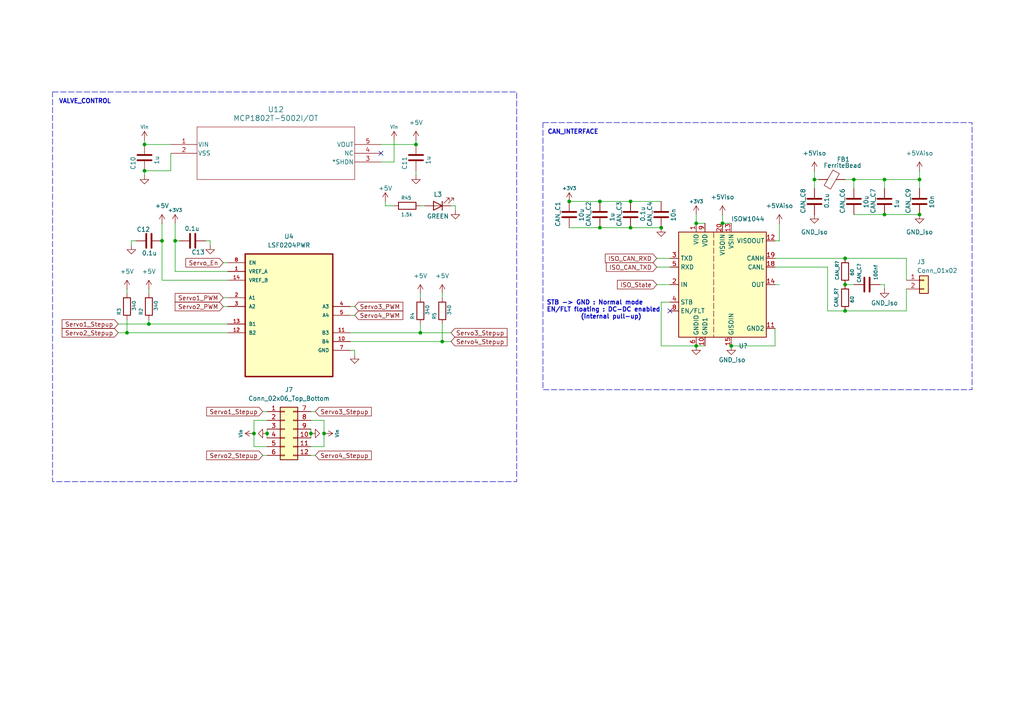
<source format=kicad_sch>
(kicad_sch (version 20250114) (generator "eeschema") (generator_version "9.0")
  (paper "A4")
  (lib_symbols
    (symbol "+5V_1" (power) (pin_numbers (hide yes)) (pin_names (offset 0) (hide yes))
      (property "Value" "+5V" (at 0 3.556 0))
      (symbol "+5V_1_0_1"
        (polyline (pts (xy -0.762 1.27) (xy 0 2.54)))
        (polyline (pts (xy 0 2.54) (xy 0.762 1.27)))
        (polyline (pts (xy 0 0) (xy 0 2.54)))
      )
      (symbol "+5V_1_1_1"
        (pin power_in line (at 0 0 90) (length 0) (name "~") (number "1"))
      )
    )
    (symbol "2026-01-14_15-06-07:MCP1802T-5002I_OT" (pin_names (offset 0.254))
      (property "Reference" "U" (at 30.48 10.16 0))
      (property "Value" "MCP1802T-5002I/OT" (at 30.48 7.62 0))
      (symbol "MCP1802T-5002I_OT_0_1"
        (polyline (pts (xy 7.62 5.08) (xy 7.62 -10.16)) (stroke (width 0.127)))
        (polyline (pts (xy 7.62 -10.16) (xy 53.34 -10.16)) (stroke (width 0.127)))
        (polyline (pts (xy 53.34 5.08) (xy 7.62 5.08)) (stroke (width 0.127)))
        (polyline (pts (xy 53.34 -10.16) (xy 53.34 5.08)) (stroke (width 0.127)))
        (pin unspecified line (at 0 0 0) (length 7.62) (name "VIN") (number "1"))
        (pin unspecified line (at 0 -2.54 0) (length 7.62) (name "VSS") (number "2"))
        (pin unspecified line (at 60.96 0 180) (length 7.62) (name "VOUT") (number "5"))
        (pin unspecified line (at 60.96 -2.54 180) (length 7.62) (name "NC") (number "4"))
        (pin unspecified line (at 60.96 -5.08 180) (length 7.62) (name "*SHDN") (number "3"))
      )
    )
    (symbol "Connector_Generic:Conn_01x02" (pin_names (offset 1.016) (hide yes))
      (property "Reference" "J" (at 0 2.54 0))
      (property "Value" "Conn_01x02" (at 0 -5.08 0))
      (symbol "Conn_01x02_1_1"
        (rectangle (start -1.27 1.27) (end 1.27 -3.81) (stroke (width 0.254)) (fill (type background)))
        (rectangle (start -1.27 0.127) (end 0 -0.127) (stroke (width 0.1524)))
        (rectangle (start -1.27 -2.413) (end 0 -2.667) (stroke (width 0.1524)))
        (pin passive line (at -5.08 0 0) (length 3.81) (name "Pin_1") (number "1"))
        (pin passive line (at -5.08 -2.54 0) (length 3.81) (name "Pin_2") (number "2"))
      )
    )
    (symbol "Connector_Generic:Conn_02x06_Top_Bottom" (pin_names (offset 1.016) (hide yes))
      (property "Reference" "J" (at 1.27 7.62 0))
      (property "Value" "Conn_02x06_Top_Bottom" (at 1.27 -10.16 0))
      (symbol "Conn_02x06_Top_Bottom_1_1"
        (rectangle (start -1.27 6.35) (end 3.81 -8.89) (stroke (width 0.254)) (fill (type background)))
        (rectangle (start -1.27 5.207) (end 0 4.953) (stroke (width 0.1524)))
        (rectangle (start -1.27 2.667) (end 0 2.413) (stroke (width 0.1524)))
        (rectangle (start -1.27 0.127) (end 0 -0.127) (stroke (width 0.1524)))
        (rectangle (start -1.27 -2.413) (end 0 -2.667) (stroke (width 0.1524)))
        (rectangle (start -1.27 -4.953) (end 0 -5.207) (stroke (width 0.1524)))
        (rectangle (start -1.27 -7.493) (end 0 -7.747) (stroke (width 0.1524)))
        (rectangle (start 3.81 5.207) (end 2.54 4.953) (stroke (width 0.1524)))
        (rectangle (start 3.81 2.667) (end 2.54 2.413) (stroke (width 0.1524)))
        (rectangle (start 3.81 0.127) (end 2.54 -0.127) (stroke (width 0.1524)))
        (rectangle (start 3.81 -2.413) (end 2.54 -2.667) (stroke (width 0.1524)))
        (rectangle (start 3.81 -4.953) (end 2.54 -5.207) (stroke (width 0.1524)))
        (rectangle (start 3.81 -7.493) (end 2.54 -7.747) (stroke (width 0.1524)))
        (pin passive line (at -5.08 5.08 0) (length 3.81) (name "Pin_1") (number "1"))
        (pin passive line (at -5.08 2.54 0) (length 3.81) (name "Pin_2") (number "2"))
        (pin passive line (at -5.08 0 0) (length 3.81) (name "Pin_3") (number "3"))
        (pin passive line (at -5.08 -2.54 0) (length 3.81) (name "Pin_4") (number "4"))
        (pin passive line (at -5.08 -5.08 0) (length 3.81) (name "Pin_5") (number "5"))
        (pin passive line (at -5.08 -7.62 0) (length 3.81) (name "Pin_6") (number "6"))
        (pin passive line (at 7.62 5.08 180) (length 3.81) (name "Pin_7") (number "7"))
        (pin passive line (at 7.62 2.54 180) (length 3.81) (name "Pin_8") (number "8"))
        (pin passive line (at 7.62 0 180) (length 3.81) (name "Pin_9") (number "9"))
        (pin passive line (at 7.62 -2.54 180) (length 3.81) (name "Pin_10") (number "10"))
        (pin passive line (at 7.62 -5.08 180) (length 3.81) (name "Pin_11") (number "11"))
        (pin passive line (at 7.62 -7.62 180) (length 3.81) (name "Pin_12") (number "12"))
      )
    )
    (symbol "Device:C" (pin_numbers (hide yes)) (pin_names (offset 0.254))
      (property "Reference" "C" (at 0.635 2.54 0))
      (property "Value" "C" (at 0.635 -2.54 0))
      (symbol "C_0_1"
        (polyline (pts (xy -2.032 0.762) (xy 2.032 0.762)) (stroke (width 0.508)))
        (polyline (pts (xy -2.032 -0.762) (xy 2.032 -0.762)) (stroke (width 0.508)))
      )
      (symbol "C_1_1"
        (pin passive line (at 0 3.81 270) (length 2.794) (name "~") (number "1"))
        (pin passive line (at 0 -3.81 90) (length 2.794) (name "~") (number "2"))
      )
    )
    (symbol "Device:FerriteBead" (pin_numbers (hide yes)) (pin_names (offset 0))
      (property "Reference" "FB" (at -3.81 0.635 90))
      (property "Value" "FerriteBead" (at 3.81 0 90))
      (symbol "FerriteBead_0_1"
        (polyline (pts (xy -2.7686 0.4064) (xy -1.7018 2.2606) (xy 2.7686 -0.3048) (xy 1.6764 -2.159) (xy -2.7686 0.4064)))
        (polyline (pts (xy 0 1.27) (xy 0 1.2954)))
        (polyline (pts (xy 0 -1.27) (xy 0 -1.2192)))
      )
      (symbol "FerriteBead_1_1"
        (pin passive line (at 0 3.81 270) (length 2.54) (name "~") (number "1"))
        (pin passive line (at 0 -3.81 90) (length 2.54) (name "~") (number "2"))
      )
    )
    (symbol "Device:LED" (pin_numbers (hide yes)) (pin_names (offset 1.016) (hide yes))
      (property "Reference" "D" (at 0 2.54 0))
      (property "Value" "LED" (at 0 -2.54 0))
      (symbol "LED_0_1"
        (polyline (pts (xy -3.048 -0.762) (xy -4.572 -2.286) (xy -3.81 -2.286) (xy -4.572 -2.286) (xy -4.572 -1.524)))
        (polyline (pts (xy -1.778 -0.762) (xy -3.302 -2.286) (xy -2.54 -2.286) (xy -3.302 -2.286) (xy -3.302 -1.524)))
        (polyline (pts (xy -1.27 0) (xy 1.27 0)))
        (polyline (pts (xy -1.27 -1.27) (xy -1.27 1.27)) (stroke (width 0.254)))
        (polyline (pts (xy 1.27 -1.27) (xy 1.27 1.27) (xy -1.27 0) (xy 1.27 -1.27)) (stroke (width 0.254)))
      )
      (symbol "LED_1_1"
        (pin passive line (at -3.81 0 0) (length 2.54) (name "K") (number "1"))
        (pin passive line (at 3.81 0 180) (length 2.54) (name "A") (number "2"))
      )
    )
    (symbol "Device:R" (pin_numbers (hide yes)) (pin_names (offset 0))
      (property "Reference" "R" (at 2.032 0 90))
      (property "Value" "R" (at 0 0 90))
      (symbol "R_0_1"
        (rectangle (start -1.016 -2.54) (end 1.016 2.54) (stroke (width 0.254)))
      )
      (symbol "R_1_1"
        (pin passive line (at 0 3.81 270) (length 1.27) (name "~") (number "1"))
        (pin passive line (at 0 -3.81 90) (length 1.27) (name "~") (number "2"))
      )
    )
    (symbol "Interface_CAN_LIN:ISOW1044"
      (property "Reference" "U" (at -12.7 16.51 0))
      (property "Value" "ISOW1044" (at 13.97 16.51 0))
      (symbol "ISOW1044_0_1"
        (rectangle (start -12.7 15.24) (end 12.7 -15.24) (stroke (width 0.254)) (fill (type background)))
      )
      (symbol "ISOW1044_1_1"
        (polyline (pts (xy -2.54 15.24) (xy -2.54 -15.24)) (stroke (width 0) (type dash)))
        (pin input line (at -15.24 7.62 0) (length 2.54) (name "TXD") (number "3"))
        (pin output line (at -15.24 5.08 0) (length 2.54) (name "RXD") (number "5"))
        (pin input line (at -15.24 0 0) (length 2.54) (name "IN") (number "2"))
        (pin input line (at -15.24 -5.08 0) (length 2.54) (name "STB") (number "4"))
        (pin input line (at -15.24 -7.62 0) (length 2.54) (name "EN/FLT") (number "8"))
        (pin no_connect line (at -12.7 -10.16 0) (length 2.54) (hide yes) (name "NC") (number "7"))
        (pin power_in line (at -7.62 17.78 270) (length 2.54) (name "VIO") (number "1"))
        (pin power_in line (at -7.62 -17.78 90) (length 2.54) (name "GNDIO") (number "6"))
        (pin power_in line (at -5.08 17.78 270) (length 2.54) (name "VDD") (number "9"))
        (pin power_in line (at -5.08 -17.78 90) (length 2.54) (name "GND1") (number "10"))
        (pin power_in line (at 0 17.78 270) (length 2.54) (name "VISOIN") (number "20"))
        (pin power_in line (at 2.54 17.78 270) (length 2.54) (name "VSIN") (number "13"))
        (pin power_in line (at 2.54 -17.78 90) (length 2.54) (name "GISOIN") (number "15"))
        (pin passive line (at 2.54 -17.78 90) (length 2.54) (hide yes) (name "GISOIN") (number "16"))
        (pin passive line (at 2.54 -17.78 90) (length 2.54) (hide yes) (name "GISOIN") (number "17"))
        (pin power_out line (at 15.24 12.7 180) (length 2.54) (name "VISOOUT") (number "12"))
        (pin bidirectional line (at 15.24 7.62 180) (length 2.54) (name "CANH") (number "19"))
        (pin bidirectional line (at 15.24 5.08 180) (length 2.54) (name "CANL") (number "18"))
        (pin output line (at 15.24 0 180) (length 2.54) (name "OUT") (number "14"))
        (pin power_out line (at 15.24 -12.7 180) (length 2.54) (name "GND2") (number "11"))
      )
    )
    (symbol "LSF0204PWR:LSF0204PWR" (pin_names (offset 1.016))
      (property "Reference" "U" (at -12.7 18.78 0))
      (property "Value" "LSF0204PWR" (at -12.7 -21.78 0))
      (symbol "LSF0204PWR_0_0"
        (rectangle (start -12.7 -17.78) (end 12.7 17.78) (stroke (width 0.41)) (fill (type background)))
        (pin input line (at -17.78 15.24 0) (length 5.08) (name "EN") (number "8"))
        (pin input line (at -17.78 12.7 0) (length 5.08) (name "VREF_A") (number "1"))
        (pin input line (at -17.78 10.16 0) (length 5.08) (name "VREF_B") (number "14"))
        (pin bidirectional line (at -17.78 5.08 0) (length 5.08) (name "A1") (number "2"))
        (pin bidirectional line (at -17.78 2.54 0) (length 5.08) (name "A2") (number "3"))
        (pin bidirectional line (at -17.78 -2.54 0) (length 5.08) (name "B1") (number "13"))
        (pin bidirectional line (at -17.78 -5.08 0) (length 5.08) (name "B2") (number "12"))
        (pin bidirectional line (at 17.78 2.54 180) (length 5.08) (name "A3") (number "4"))
        (pin bidirectional line (at 17.78 0 180) (length 5.08) (name "A4") (number "5"))
        (pin bidirectional line (at 17.78 -5.08 180) (length 5.08) (name "B3") (number "11"))
        (pin bidirectional line (at 17.78 -7.62 180) (length 5.08) (name "B4") (number "10"))
        (pin power_in line (at 17.78 -10.16 180) (length 5.08) (name "GND") (number "7"))
      )
    )
    (symbol "power:+12V" (power) (pin_names (offset 0))
      (property "Value" "+12V" (at 0 3.556 0))
      (symbol "+12V_0_1"
        (polyline (pts (xy -0.762 1.27) (xy 0 2.54)))
        (polyline (pts (xy 0 2.54) (xy 0.762 1.27)))
        (polyline (pts (xy 0 0) (xy 0 2.54)))
      )
      (symbol "+12V_1_1"
        (pin power_in line (at 0 0 90) (length 0) (hide yes) (name "+12V") (number "1"))
      )
    )
    (symbol "power:+3V3" (power) (pin_names (offset 0))
      (property "Value" "+3V3" (at 0 3.556 0))
      (symbol "+3V3_0_1"
        (polyline (pts (xy -0.762 1.27) (xy 0 2.54)))
        (polyline (pts (xy 0 2.54) (xy 0.762 1.27)))
        (polyline (pts (xy 0 0) (xy 0 2.54)))
      )
      (symbol "+3V3_1_1"
        (pin power_in line (at 0 0 90) (length 0) (hide yes) (name "+3V3") (number "1"))
      )
    )
    (symbol "power:+5V" (power) (pin_numbers (hide yes)) (pin_names (offset 0) (hide yes))
      (property "Value" "+5V" (at 0 3.556 0))
      (symbol "+5V_0_1"
        (polyline (pts (xy -0.762 1.27) (xy 0 2.54)))
        (polyline (pts (xy 0 2.54) (xy 0.762 1.27)))
        (polyline (pts (xy 0 0) (xy 0 2.54)))
      )
      (symbol "+5V_1_1"
        (pin power_in line (at 0 0 90) (length 0) (name "~") (number "1"))
      )
    )
    (symbol "power:GND" (power) (pin_names (offset 0))
      (property "Value" "GND" (at 0 -3.81 0))
      (symbol "GND_0_1"
        (polyline (pts (xy 0 0) (xy 0 -1.27) (xy 1.27 -1.27) (xy 0 -2.54) (xy -1.27 -1.27) (xy 0 -1.27)))
      )
      (symbol "GND_1_1"
        (pin power_in line (at 0 0 270) (length 0) (hide yes) (name "GND") (number "1"))
      )
    )
    (symbol "power:GND1" (power) (pin_numbers (hide yes)) (pin_names (offset 0) (hide yes))
      (property "Value" "GND1" (at 0 -3.81 0))
      (symbol "GND1_0_1"
        (polyline (pts (xy 0 0) (xy 0 -1.27) (xy 1.27 -1.27) (xy 0 -2.54) (xy -1.27 -1.27) (xy 0 -1.27)))
      )
      (symbol "GND1_1_1"
        (pin power_in line (at 0 0 270) (length 0) (name "~") (number "1"))
      )
    )
  )
  (rectangle (start 15.24 26.67) (end 149.86 139.7) (stroke (width 0) (type dash)))
  (rectangle (start 157.48 35.56) (end 281.94 113.03) (stroke (width 0) (type dash)))
  (text "VALVE_CONTROL\n" (at 17.018 30.226 0) (effects (font (size 1.27 1.27) (thickness 0.254) (bold yes)) (justify left bottom)))
  (text "CAN_INTERFACE" (at 158.75 39.116 0) (effects (font (size 1.27 1.27) (thickness 0.254) (bold yes)) (justify left bottom)))
  (text "STB -> GND : Normal mode\nEN/FLT floating : DC-DC enabled \n		(internal pull-up)" (at 158.496 92.71 0) (effects (font (size 1.27 1.27) (thickness 0.254) (bold yes)) (justify left bottom)))
  (junction (at 36.83 96.52))
  (junction (at 201.93 64.77))
  (junction (at 43.18 93.98))
  (junction (at 173.99 58.42))
  (junction (at 245.11 82.55))
  (junction (at 121.92 96.52))
  (junction (at 90.17 125.73))
  (junction (at 50.8 69.85))
  (junction (at 245.11 74.93))
  (junction (at 266.7 52.07))
  (junction (at 245.11 90.17))
  (junction (at 93.98 125.73))
  (junction (at 212.09 100.33))
  (junction (at 209.55 64.77))
  (junction (at 182.88 58.42))
  (junction (at 165.1 58.42))
  (junction (at 128.27 99.06))
  (junction (at 46.99 69.85))
  (junction (at 201.93 100.33))
  (junction (at 182.88 66.04))
  (junction (at 266.7 62.23))
  (junction (at 256.54 62.23))
  (junction (at 236.22 52.07))
  (junction (at 256.54 52.07))
  (junction (at 191.77 66.04))
  (junction (at 41.91 49.53))
  (junction (at 247.65 52.07))
  (junction (at 73.66 125.73))
  (junction (at 120.65 41.91))
  (junction (at 173.99 66.04))
  (junction (at 77.47 125.73))
  (junction (at 41.91 41.91))
  (no_connect (at 194.31 90.17))
  (no_connect (at 110.49 44.45))
  (wire (pts (xy 173.99 58.42) (xy 182.88 58.42)))
  (wire (pts (xy 90.17 125.73) (xy 90.17 127)))
  (wire (pts (xy 128.27 93.98) (xy 128.27 99.06)))
  (wire (pts (xy 209.55 64.77) (xy 212.09 64.77)))
  (wire (pts (xy 110.49 46.99) (xy 114.3 46.99)))
  (wire (pts (xy 36.83 83.82) (xy 36.83 85.09)))
  (wire (pts (xy 245.11 82.55) (xy 247.65 82.55)))
  (wire (pts (xy 201.93 62.23) (xy 201.93 64.77)))
  (wire (pts (xy 64.77 76.2) (xy 66.04 76.2)))
  (wire (pts (xy 43.18 93.98) (xy 66.04 93.98)))
  (wire (pts (xy 38.1 69.85) (xy 38.1 71.12)))
  (wire (pts (xy 73.66 125.73) (xy 73.66 129.54)))
  (wire (pts (xy 64.77 88.9) (xy 66.04 88.9)))
  (wire (pts (xy 77.47 124.46) (xy 77.47 125.73)))
  (wire (pts (xy 224.79 77.47) (xy 240.03 77.47)))
  (wire (pts (xy 247.65 52.07) (xy 256.54 52.07)))
  (wire (pts (xy 266.7 49.53) (xy 266.7 52.07)))
  (wire (pts (xy 190.5 77.47) (xy 194.31 77.47)))
  (wire (pts (xy 114.3 46.99) (xy 114.3 40.64)))
  (wire (pts (xy 41.91 50.8) (xy 41.91 49.53)))
  (wire (pts (xy 49.53 49.53) (xy 49.53 44.45)))
  (wire (pts (xy 73.66 129.54) (xy 77.47 129.54)))
  (wire (pts (xy 121.92 85.09) (xy 121.92 86.36)))
  (wire (pts (xy 236.22 52.07) (xy 237.49 52.07)))
  (wire (pts (xy 36.83 96.52) (xy 66.04 96.52)))
  (wire (pts (xy 59.69 69.85) (xy 60.96 69.85)))
  (wire (pts (xy 240.03 77.47) (xy 240.03 90.17)))
  (wire (pts (xy 247.65 62.23) (xy 256.54 62.23)))
  (wire (pts (xy 256.54 83.82) (xy 256.54 82.55)))
  (wire (pts (xy 245.11 74.93) (xy 262.89 74.93)))
  (wire (pts (xy 209.55 62.23) (xy 209.55 64.77)))
  (wire (pts (xy 66.04 81.28) (xy 46.99 81.28)))
  (wire (pts (xy 256.54 52.07) (xy 266.7 52.07)))
  (wire (pts (xy 121.92 93.98) (xy 121.92 96.52)))
  (wire (pts (xy 128.27 85.09) (xy 128.27 86.36)))
  (wire (pts (xy 93.98 121.92) (xy 93.98 125.73)))
  (wire (pts (xy 121.92 96.52) (xy 101.6 96.52)))
  (wire (pts (xy 128.27 99.06) (xy 130.81 99.06)))
  (wire (pts (xy 121.92 59.69) (xy 123.19 59.69)))
  (wire (pts (xy 60.96 69.85) (xy 60.96 71.12)))
  (wire (pts (xy 50.8 78.74) (xy 66.04 78.74)))
  (wire (pts (xy 64.77 86.36) (xy 66.04 86.36)))
  (wire (pts (xy 256.54 82.55) (xy 255.27 82.55)))
  (wire (pts (xy 52.07 69.85) (xy 50.8 69.85)))
  (wire (pts (xy 90.17 121.92) (xy 93.98 121.92)))
  (wire (pts (xy 43.18 83.82) (xy 43.18 85.09)))
  (wire (pts (xy 236.22 49.53) (xy 236.22 52.07)))
  (wire (pts (xy 77.47 125.73) (xy 77.47 127)))
  (wire (pts (xy 46.99 81.28) (xy 46.99 69.85)))
  (wire (pts (xy 101.6 99.06) (xy 128.27 99.06)))
  (wire (pts (xy 34.29 96.52) (xy 36.83 96.52)))
  (wire (pts (xy 191.77 100.33) (xy 201.93 100.33)))
  (wire (pts (xy 111.76 58.42) (xy 111.76 59.69)))
  (wire (pts (xy 120.65 50.8) (xy 120.65 49.53)))
  (wire (pts (xy 226.06 82.55) (xy 224.79 82.55)))
  (wire (pts (xy 77.47 121.92) (xy 73.66 121.92)))
  (wire (pts (xy 226.06 64.77) (xy 226.06 69.85)))
  (wire (pts (xy 190.5 82.55) (xy 194.31 82.55)))
  (wire (pts (xy 102.87 91.44) (xy 101.6 91.44)))
  (wire (pts (xy 93.98 129.54) (xy 90.17 129.54)))
  (wire (pts (xy 266.7 52.07) (xy 266.7 54.61)))
  (wire (pts (xy 41.91 41.91) (xy 49.53 41.91)))
  (wire (pts (xy 93.98 125.73) (xy 93.98 129.54)))
  (wire (pts (xy 34.29 93.98) (xy 43.18 93.98)))
  (wire (pts (xy 43.18 92.71) (xy 43.18 93.98)))
  (wire (pts (xy 39.37 69.85) (xy 38.1 69.85)))
  (wire (pts (xy 76.2 132.08) (xy 77.47 132.08)))
  (wire (pts (xy 41.91 49.53) (xy 49.53 49.53)))
  (wire (pts (xy 102.87 88.9) (xy 101.6 88.9)))
  (wire (pts (xy 224.79 74.93) (xy 245.11 74.93)))
  (wire (pts (xy 201.93 100.33) (xy 204.47 100.33)))
  (wire (pts (xy 50.8 69.85) (xy 50.8 78.74)))
  (wire (pts (xy 182.88 66.04) (xy 191.77 66.04)))
  (wire (pts (xy 262.89 90.17) (xy 262.89 83.82)))
  (wire (pts (xy 111.76 59.69) (xy 114.3 59.69)))
  (wire (pts (xy 121.92 96.52) (xy 130.81 96.52)))
  (wire (pts (xy 191.77 87.63) (xy 191.77 100.33)))
  (wire (pts (xy 224.79 100.33) (xy 212.09 100.33)))
  (wire (pts (xy 110.49 41.91) (xy 120.65 41.91)))
  (wire (pts (xy 247.65 52.07) (xy 247.65 54.61)))
  (wire (pts (xy 194.31 87.63) (xy 191.77 87.63)))
  (wire (pts (xy 90.17 124.46) (xy 90.17 125.73)))
  (wire (pts (xy 102.87 101.6) (xy 101.6 101.6)))
  (wire (pts (xy 190.5 74.93) (xy 194.31 74.93)))
  (wire (pts (xy 91.44 132.08) (xy 90.17 132.08)))
  (wire (pts (xy 240.03 90.17) (xy 245.11 90.17)))
  (wire (pts (xy 165.1 58.42) (xy 173.99 58.42)))
  (wire (pts (xy 201.93 64.77) (xy 204.47 64.77)))
  (wire (pts (xy 256.54 62.23) (xy 266.7 62.23)))
  (wire (pts (xy 224.79 95.25) (xy 224.79 100.33)))
  (wire (pts (xy 120.65 40.64) (xy 120.65 41.91)))
  (wire (pts (xy 91.44 119.38) (xy 90.17 119.38)))
  (wire (pts (xy 50.8 64.77) (xy 50.8 69.85)))
  (wire (pts (xy 182.88 58.42) (xy 191.77 58.42)))
  (wire (pts (xy 236.22 52.07) (xy 236.22 54.61)))
  (wire (pts (xy 262.89 81.28) (xy 262.89 74.93)))
  (wire (pts (xy 76.2 119.38) (xy 77.47 119.38)))
  (wire (pts (xy 256.54 52.07) (xy 256.54 54.61)))
  (wire (pts (xy 132.08 60.96) (xy 132.08 59.69)))
  (wire (pts (xy 226.06 69.85) (xy 224.79 69.85)))
  (wire (pts (xy 36.83 92.71) (xy 36.83 96.52)))
  (wire (pts (xy 46.99 64.77) (xy 46.99 69.85)))
  (wire (pts (xy 132.08 59.69) (xy 130.81 59.69)))
  (wire (pts (xy 102.87 102.87) (xy 102.87 101.6)))
  (wire (pts (xy 173.99 66.04) (xy 182.88 66.04)))
  (wire (pts (xy 73.66 121.92) (xy 73.66 125.73)))
  (wire (pts (xy 245.11 52.07) (xy 247.65 52.07)))
  (wire (pts (xy 165.1 66.04) (xy 173.99 66.04)))
  (wire (pts (xy 41.91 40.64) (xy 41.91 41.91)))
  (wire (pts (xy 245.11 90.17) (xy 262.89 90.17)))
  (global_label "Servo3_Stepup" (shape input) (at 130.81 96.52 0) (property "Intersheetrefs" "${INTERSHEET_REFS}" (effects (hide yes))))
  (global_label "ISO_CAN_RXD" (shape input) (at 190.5 74.93 180) (property "Intersheetrefs" "${INTERSHEET_REFS}" (effects (hide yes))))
  (global_label "Servo1_Stepup" (shape input) (at 76.2 119.38 180) (property "Intersheetrefs" "${INTERSHEET_REFS}" (effects (hide yes))))
  (global_label "Servo4_PWM" (shape input) (at 102.87 91.44 0) (property "Intersheetrefs" "${INTERSHEET_REFS}" (effects (hide yes))))
  (global_label "Servo1_PWM" (shape input) (at 64.77 86.36 180) (property "Intersheetrefs" "${INTERSHEET_REFS}" (effects (hide yes))))
  (global_label "Servo3_PWM" (shape input) (at 102.87 88.9 0) (property "Intersheetrefs" "${INTERSHEET_REFS}" (effects (hide yes))))
  (global_label "Servo2_PWM" (shape input) (at 64.77 88.9 180) (property "Intersheetrefs" "${INTERSHEET_REFS}" (effects (hide yes))))
  (global_label "ISO_State" (shape input) (at 190.5 82.55 180) (property "Intersheetrefs" "${INTERSHEET_REFS}" (effects (hide yes))))
  (global_label "Servo1_Stepup" (shape input) (at 34.29 93.98 180) (property "Intersheetrefs" "${INTERSHEET_REFS}" (effects (hide yes))))
  (global_label "Servo2_Stepup" (shape input) (at 34.29 96.52 180) (property "Intersheetrefs" "${INTERSHEET_REFS}" (effects (hide yes))))
  (global_label "Servo4_Stepup" (shape input) (at 130.81 99.06 0) (property "Intersheetrefs" "${INTERSHEET_REFS}" (effects (hide yes))))
  (global_label "Servo_En" (shape input) (at 64.77 76.2 180) (property "Intersheetrefs" "${INTERSHEET_REFS}" (effects (hide yes))))
  (global_label "Servo4_Stepup" (shape input) (at 91.44 132.08 0) (property "Intersheetrefs" "${INTERSHEET_REFS}" (effects (hide yes))))
  (global_label "Servo3_Stepup" (shape input) (at 91.44 119.38 0) (property "Intersheetrefs" "${INTERSHEET_REFS}" (effects (hide yes))))
  (global_label "Servo2_Stepup" (shape input) (at 76.2 132.08 180) (property "Intersheetrefs" "${INTERSHEET_REFS}" (effects (hide yes))))
  (global_label "ISO_CAN_TXD" (shape input) (at 190.5 77.47 180) (property "Intersheetrefs" "${INTERSHEET_REFS}" (effects (hide yes))))
  (symbol (lib_id "power:+12V") (at 73.66 125.73 90) (unit 1)
    (property "Reference" "#PWR021" (effects (hide yes)))
    (property "Value" "Vin" (at 69.85 125.73 0) (effects (font (size 1 1))))
  )
  (symbol (lib_id "Device:R") (at 245.11 86.36 180) (unit 1)
    (property "Reference" "CAN_R?" (at 242.57 89.154 90) (effects (font (size 1 1)) (justify right)))
    (property "Value" "60" (at 247.142 87.884 90) (effects (font (size 1 1)) (justify right)))
    (property "Footprint" "Resistor_SMD:R_0805_2012Metric" (effects (hide yes)))
  )
  (symbol (lib_id "Device:LED") (at 127 59.69 180) (unit 1)
    (property "Reference" "L3" (at 127 56.388 0))
    (property "Value" "GREEN" (at 127 62.738 0))
    (property "Footprint" "LED_SMD:LED_0603_1608Metric" (effects (hide yes)))
    (property "Description" "Light emitting diode" (effects (hide yes)))
  )
  (symbol (lib_id "Device:C") (at 266.7 58.42 0) (unit 1)
    (property "Reference" "CAN_C9" (at 263.398 61.976 90) (effects (justify left)))
    (property "Value" "10n" (at 270.256 60.452 90) (effects (justify left)))
    (property "Description" "Unpolarized capacitor" (effects (hide yes)))
  )
  (symbol (lib_name "+5V_1") (lib_id "power:+5V") (at 266.7 49.53 0) (unit 1)
    (property "Reference" "#PWR019" (effects (hide yes)))
    (property "Value" "+5VAiso" (at 266.7 44.45 0))
    (property "Description" "Power symbol creates a global label with name \"+5V\"" (effects (hide yes)))
  )
  (symbol (lib_id "power:+12V") (at 114.3 40.64 0) (unit 1)
    (property "Reference" "#PWR048" (effects (hide yes)))
    (property "Value" "Vin" (at 114.3 36.83 0) (effects (font (size 1 1))))
  )
  (symbol (lib_id "power:+5V") (at 111.76 58.42 0) (unit 1)
    (property "Reference" "#PWR088" (effects (hide yes)))
    (property "Value" "+5V" (at 111.76 54.61 0))
    (property "Description" "Power symbol creates a global label with name \"+5V\"" (effects (hide yes)))
  )
  (symbol (lib_name "+5V_1") (lib_id "power:+5V") (at 226.06 64.77 0) (unit 1)
    (property "Reference" "#PWR020" (effects (hide yes)))
    (property "Value" "+5VAiso" (at 226.06 59.69 0))
    (property "Description" "Power symbol creates a global label with name \"+5V\"" (effects (hide yes)))
  )
  (symbol (lib_id "LSF0204PWR:LSF0204PWR") (at 83.82 91.44 0) (unit 1)
    (property "Reference" "U4" (at 83.82 68.58 0))
    (property "Value" "LSF0204PWR" (at 83.82 71.12 0))
    (property "Footprint" "LSF0204PWR:SOP65P640X120-14N" (effects (hide yes)))
    (property "Datasheet" "https://www.digikey.ca/en/products/detail/texas-instruments/LSF0204PWR/5056060" (effects (hide yes)))
    (property "DigiKey_Part_Number" "296-LSF0204PWRCT-ND" (effects (hide yes)))
    (property "Manufacturer_Part_Number" "LSF0204PWR" (effects (hide yes)))
  )
  (symbol (lib_id "power:GND") (at 38.1 71.12 0) (unit 1)
    (property "Reference" "#PWR091" (effects (hide yes)))
    (property "Value" "GND" (effects (hide yes)))
  )
  (symbol (lib_id "power:+3V3") (at 201.93 62.23 0) (unit 1)
    (property "Reference" "#PWR?" (effects (hide yes)))
    (property "Value" "+3V3" (at 201.93 58.42 0) (effects (font (size 1 1))))
  )
  (symbol (lib_id "Device:C") (at 191.77 62.23 0) (unit 1)
    (property "Reference" "CAN_C4" (at 188.468 65.786 90) (effects (justify left)))
    (property "Value" "10n" (at 195.326 64.262 90) (effects (justify left)))
    (property "Description" "Unpolarized capacitor" (effects (hide yes)))
  )
  (symbol (lib_id "Device:R") (at 128.27 90.17 180) (unit 1)
    (property "Reference" "R5" (at 125.984 92.71 90) (effects (font (size 1 1)) (justify right)))
    (property "Value" "340" (at 130.302 91.44 90) (effects (font (size 1 1)) (justify right)))
    (property "Footprint" "Resistor_SMD:R_0805_2012Metric" (effects (hide yes)))
  )
  (symbol (lib_id "power:+12V") (at 41.91 40.64 0) (unit 1)
    (property "Reference" "#PWR045" (effects (hide yes)))
    (property "Value" "Vin" (at 41.91 36.83 0) (effects (font (size 1 1))))
  )
  (symbol (lib_id "power:GND") (at 201.93 100.33 0) (unit 1)
    (property "Reference" "#PWR?" (effects (hide yes)))
    (property "Value" "GND" (effects (hide yes)))
  )
  (symbol (lib_id "power:GND1") (at 256.54 83.82 0) (unit 1)
    (property "Reference" "#PWR?" (effects (hide yes)))
    (property "Value" "GND_iso" (at 256.54 87.884 0))
    (property "Description" "Power symbol creates a global label with name \"GND1\" , ground" (effects (hide yes)))
  )
  (symbol (lib_id "Device:FerriteBead") (at 241.3 52.07 90) (unit 1)
    (property "Reference" "FB1" (at 244.602 46.228 90))
    (property "Value" "FerriteBead" (at 244.348 48.006 90))
    (property "Description" "Ferrite bead" (effects (hide yes)))
  )
  (symbol (lib_id "power:+3V3") (at 165.1 58.42 0) (unit 1)
    (property "Reference" "#PWR016" (effects (hide yes)))
    (property "Value" "+3V3" (at 165.1 54.61 0) (effects (font (size 1 1))))
  )
  (symbol (lib_id "power:+12V") (at 93.98 125.73 270) (unit 1)
    (property "Reference" "#PWR025" (effects (hide yes)))
    (property "Value" "Vin" (at 97.79 125.73 0) (effects (font (size 1 1))))
  )
  (symbol (lib_id "Device:R") (at 245.11 78.74 180) (unit 1)
    (property "Reference" "CAN_R?" (at 242.824 81.28 90) (effects (font (size 1 1)) (justify right)))
    (property "Value" "60" (at 247.142 80.01 90) (effects (font (size 1 1)) (justify right)))
    (property "Footprint" "Resistor_SMD:R_0805_2012Metric" (effects (hide yes)))
  )
  (symbol (lib_id "power:GND") (at 41.91 50.8 0) (unit 1)
    (property "Reference" "#PWR047" (effects (hide yes)))
    (property "Value" "GND" (effects (hide yes)))
  )
  (symbol (lib_id "power:+5V") (at 128.27 85.09 0) (unit 1)
    (property "Reference" "#PWR085" (effects (hide yes)))
    (property "Value" "+5V" (at 128.27 80.01 0))
    (property "Description" "Power symbol creates a global label with name \"+5V\"" (effects (hide yes)))
  )
  (symbol (lib_id "power:GND") (at 60.96 71.12 0) (unit 1)
    (property "Reference" "#PWR089" (effects (hide yes)))
    (property "Value" "GND" (effects (hide yes)))
  )
  (symbol (lib_id "Device:R") (at 43.18 88.9 180) (unit 1)
    (property "Reference" "R2" (at 40.894 91.44 90) (effects (font (size 1 1)) (justify right)))
    (property "Value" "340" (at 45.212 90.17 90) (effects (font (size 1 1)) (justify right)))
    (property "Footprint" "Resistor_SMD:R_0805_2012Metric" (effects (hide yes)))
  )
  (symbol (lib_id "Device:C") (at 41.91 45.72 0) (unit 1)
    (property "Reference" "C10" (at 38.608 49.276 90) (effects (justify left)))
    (property "Value" "1u" (at 45.466 47.752 90) (effects (justify left)))
    (property "Description" "Unpolarized capacitor" (effects (hide yes)))
  )
  (symbol (lib_id "power:GND1") (at 236.22 62.23 0) (unit 1)
    (property "Reference" "#PWR015" (effects (hide yes)))
    (property "Value" "GND_iso" (at 236.22 67.31 0))
    (property "Description" "Power symbol creates a global label with name \"GND1\" , ground" (effects (hide yes)))
  )
  (symbol (lib_id "power:+3V3") (at 50.8 64.77 0) (unit 1)
    (property "Reference" "#PWR?" (effects (hide yes)))
    (property "Value" "+3V3" (at 50.8 60.96 0) (effects (font (size 1 1))))
  )
  (symbol (lib_id "Connector_Generic:Conn_01x02") (at 267.97 81.28 0) (unit 1)
    (property "Reference" "J3" (at 265.938 75.946 0) (effects (justify left)))
    (property "Value" "Conn_01x02" (at 265.938 78.486 0) (effects (justify left)))
    (property "Description" "Generic connector, single row, 01x02, script generated (kicad-library-utils/schlib/autogen/connector/)" (effects (hide yes)))
  )
  (symbol (lib_id "Interface_CAN_LIN:ISOW1044") (at 209.55 82.55 0) (unit 1)
    (property "Reference" "U?" (at 214.2333 100.33 0) (effects (justify left)))
    (property "Value" "ISOW1044" (at 221.742 63.5 0) (effects (justify right)))
    (property "Footprint" "Package_SO:SOIC-20W_7.5x12.8mm_P1.27mm" (effects (hide yes)))
    (property "Datasheet" "https://www.ti.com/lit/ds/symlink/isow1044.pdf" (effects (hide yes)))
    (property "Description" "Isolated CAN FD Transceiver, Integrated DC-DC Converter, 5Mbps, Reinforced Isolation,  SOIC-20W" (effects (hide yes)))
  )
  (symbol (lib_id "Device:C") (at 251.46 82.55 90) (unit 1)
    (property "Reference" "CAN_C?" (at 249.174 82.042 0) (effects (font (size 1 1)) (justify left)))
    (property "Value" "100nf" (at 254 81.28 0) (effects (font (size 1 1)) (justify left)))
    (property "Footprint" "Capacitor_SMD:C_0805_2012Metric" (effects (hide yes)))
  )
  (symbol (lib_name "+5V_1") (lib_id "power:+5V") (at 236.22 49.53 0) (unit 1)
    (property "Reference" "#PWR017" (effects (hide yes)))
    (property "Value" "+5Viso" (at 236.22 44.45 0))
    (property "Description" "Power symbol creates a global label with name \"+5V\"" (effects (hide yes)))
  )
  (symbol (lib_id "power:GND") (at 77.47 125.73 270) (unit 1)
    (property "Reference" "#PWR05" (effects (hide yes)))
    (property "Value" "GND" (effects (hide yes)))
  )
  (symbol (lib_id "Device:C") (at 120.65 45.72 0) (unit 1)
    (property "Reference" "C11" (at 117.348 49.276 90) (effects (justify left)))
    (property "Value" "1u" (at 124.206 47.752 90) (effects (justify left)))
    (property "Description" "Unpolarized capacitor" (effects (hide yes)))
  )
  (symbol (lib_id "Device:C") (at 247.65 58.42 0) (unit 1)
    (property "Reference" "CAN_C6" (at 244.348 61.976 90) (effects (justify left)))
    (property "Value" "10u" (at 251.206 60.452 90) (effects (justify left)))
    (property "Description" "Unpolarized capacitor" (effects (hide yes)))
  )
  (symbol (lib_id "power:+5V") (at 120.65 40.64 0) (unit 1)
    (property "Reference" "#PWR065" (effects (hide yes)))
    (property "Value" "+5V" (at 120.65 35.56 0))
    (property "Description" "Power symbol creates a global label with name \"+5V\"" (effects (hide yes)))
  )
  (symbol (lib_id "power:GND") (at 102.87 102.87 0) (unit 1)
    (property "Reference" "#PWR?" (effects (hide yes)))
    (property "Value" "GND" (effects (hide yes)))
  )
  (symbol (lib_id "Device:C") (at 256.54 58.42 0) (unit 1)
    (property "Reference" "CAN_C7" (at 253.238 61.976 90) (effects (justify left)))
    (property "Value" "1u" (at 260.096 60.452 90) (effects (justify left)))
    (property "Description" "Unpolarized capacitor" (effects (hide yes)))
  )
  (symbol (lib_id "Device:C") (at 236.22 58.42 0) (unit 1)
    (property "Reference" "CAN_C8" (at 232.918 61.976 90) (effects (justify left)))
    (property "Value" "0.1u" (at 239.776 60.452 90) (effects (justify left)))
    (property "Description" "Unpolarized capacitor" (effects (hide yes)))
  )
  (symbol (lib_id "2026-01-14_15-06-07:MCP1802T-5002I_OT") (at 49.53 41.91 0) (unit 1)
    (property "Reference" "U12" (at 80.01 31.75 0) (effects (font (size 1.524 1.524))))
    (property "Value" "MCP1802T-5002I/OT" (at 80.01 34.29 0) (effects (font (size 1.524 1.524))))
    (property "Footprint" "SOT-23-5_MC_MCH" (effects (hide yes)))
    (property "Datasheet" "MCP1802T-5002I/OT" (effects (hide yes)))
    (property "Description" "https://www.digikey.ca/en/products/detail/microchip-technology/MCP1802T-5002I-OT/1679145" (effects (hide yes)))
    (property "DigiKey_Part_Number" "MCP1802T-5002I/OTCT-ND" (effects (hide yes)))
    (property "Manufacturer_Part_Number" "MCP1802T-5002I/OT" (effects (hide yes)))
  )
  (symbol (lib_id "Device:C") (at 165.1 62.23 0) (unit 1)
    (property "Reference" "CAN_C1" (at 161.798 65.786 90) (effects (justify left)))
    (property "Value" "10u" (at 168.656 64.262 90) (effects (justify left)))
    (property "Description" "Unpolarized capacitor" (effects (hide yes)))
  )
  (symbol (lib_id "power:+5V") (at 46.99 64.77 0) (unit 1)
    (property "Reference" "#PWR071" (effects (hide yes)))
    (property "Value" "+5V" (at 46.99 59.69 0))
    (property "Description" "Power symbol creates a global label with name \"+5V\"" (effects (hide yes)))
  )
  (symbol (lib_id "power:GND") (at 132.08 60.96 0) (mirror y) (unit 1)
    (property "Reference" "#PWR090" (effects (hide yes)))
    (property "Value" "GND" (effects (hide yes)))
  )
  (symbol (lib_id "power:GND") (at 191.77 66.04 0) (unit 1)
    (property "Reference" "#PWR01" (effects (hide yes)))
    (property "Value" "GND" (effects (hide yes)))
  )
  (symbol (lib_id "Device:C") (at 43.18 69.85 270) (unit 1)
    (property "Reference" "C12" (at 39.624 66.548 90) (effects (justify left)))
    (property "Value" "0.1u" (at 41.148 73.406 90) (effects (justify left)))
    (property "Description" "Unpolarized capacitor" (effects (hide yes)))
  )
  (symbol (lib_id "power:GND1") (at 212.09 100.33 0) (unit 1)
    (property "Reference" "#PWR?" (effects (hide yes)))
    (property "Value" "GND_iso" (at 212.344 104.394 0))
    (property "Description" "Power symbol creates a global label with name \"GND1\" , ground" (effects (hide yes)))
  )
  (symbol (lib_id "Device:C") (at 173.99 62.23 0) (unit 1)
    (property "Reference" "CAN_C2" (at 170.688 65.786 90) (effects (justify left)))
    (property "Value" "1u" (at 177.546 64.262 90) (effects (justify left)))
    (property "Description" "Unpolarized capacitor" (effects (hide yes)))
  )
  (symbol (lib_id "Connector_Generic:Conn_02x06_Top_Bottom") (at 82.55 124.46 0) (unit 1)
    (property "Reference" "J7" (at 83.82 113.03 0))
    (property "Value" "Conn_02x06_Top_Bottom" (at 83.82 115.57 0))
    (property "Description" "Generic connector, double row, 02x06, top/bottom pin numbering scheme (row 1: 1...pins_per_row, row2: pins_per_row+1 ... num_pins), script generated (kicad-library-utils/schlib/autogen/connector/)" (effects (hide yes)))
  )
  (symbol (lib_id "Device:R") (at 36.83 88.9 180) (unit 1)
    (property "Reference" "R3" (at 34.544 91.44 90) (effects (font (size 1 1)) (justify right)))
    (property "Value" "340" (at 38.862 90.17 90) (effects (font (size 1 1)) (justify right)))
    (property "Footprint" "Resistor_SMD:R_0805_2012Metric" (effects (hide yes)))
  )
  (symbol (lib_id "power:GND") (at 120.65 50.8 0) (unit 1)
    (property "Reference" "#PWR061" (effects (hide yes)))
    (property "Value" "GND" (effects (hide yes)))
  )
  (symbol (lib_id "Device:C") (at 182.88 62.23 0) (unit 1)
    (property "Reference" "CAN_C3" (at 179.578 65.786 90) (effects (justify left)))
    (property "Value" "0.1u" (at 186.436 64.262 90) (effects (justify left)))
    (property "Description" "Unpolarized capacitor" (effects (hide yes)))
  )
  (symbol (lib_name "+5V_1") (lib_id "power:+5V") (at 209.55 62.23 0) (unit 1)
    (property "Reference" "#PWR018" (effects (hide yes)))
    (property "Value" "+5Viso" (at 209.55 57.15 0))
    (property "Description" "Power symbol creates a global label with name \"+5V\"" (effects (hide yes)))
  )
  (symbol (lib_id "Device:R") (at 118.11 59.69 270) (mirror x) (unit 1)
    (property "Reference" "R45" (at 119.38 57.404 90) (effects (font (size 1 1)) (justify right)))
    (property "Value" "1.5k" (at 119.634 62.23 90) (effects (font (size 1 1)) (justify right)))
    (property "Footprint" "Resistor_SMD:R_0603_1608Metric" (effects (hide yes)))
  )
  (symbol (lib_id "power:+5V") (at 43.18 83.82 0) (unit 1)
    (property "Reference" "#PWR086" (effects (hide yes)))
    (property "Value" "+5V" (at 43.18 78.74 0))
    (property "Description" "Power symbol creates a global label with name \"+5V\"" (effects (hide yes)))
  )
  (symbol (lib_id "power:GND1") (at 266.7 62.23 0) (unit 1)
    (property "Reference" "#PWR026" (effects (hide yes)))
    (property "Value" "GND_iso" (at 266.7 67.31 0))
    (property "Description" "Power symbol creates a global label with name \"GND1\" , ground" (effects (hide yes)))
  )
  (symbol (lib_id "Device:R") (at 121.92 90.17 180) (unit 1)
    (property "Reference" "R4" (at 119.634 92.71 90) (effects (font (size 1 1)) (justify right)))
    (property "Value" "340" (at 123.952 91.44 90) (effects (font (size 1 1)) (justify right)))
    (property "Footprint" "Resistor_SMD:R_0805_2012Metric" (effects (hide yes)))
  )
  (symbol (lib_id "power:+5V") (at 36.83 83.82 0) (unit 1)
    (property "Reference" "#PWR087" (effects (hide yes)))
    (property "Value" "+5V" (at 36.83 78.74 0))
    (property "Description" "Power symbol creates a global label with name \"+5V\"" (effects (hide yes)))
  )
  (symbol (lib_id "power:+5V") (at 121.92 85.09 0) (unit 1)
    (property "Reference" "#PWR084" (effects (hide yes)))
    (property "Value" "+5V" (at 121.92 80.01 0))
    (property "Description" "Power symbol creates a global label with name \"+5V\"" (effects (hide yes)))
  )
  (symbol (lib_id "power:GND") (at 90.17 125.73 90) (unit 1)
    (property "Reference" "#PWR04" (effects (hide yes)))
    (property "Value" "GND" (effects (hide yes)))
  )
  (symbol (lib_id "Device:C") (at 55.88 69.85 90) (unit 1)
    (property "Reference" "C13" (at 59.436 73.152 90) (effects (justify left)))
    (property "Value" "0.1u" (at 57.912 66.294 90) (effects (justify left)))
    (property "Description" "Unpolarized capacitor" (effects (hide yes)))
  )
)
</source>
